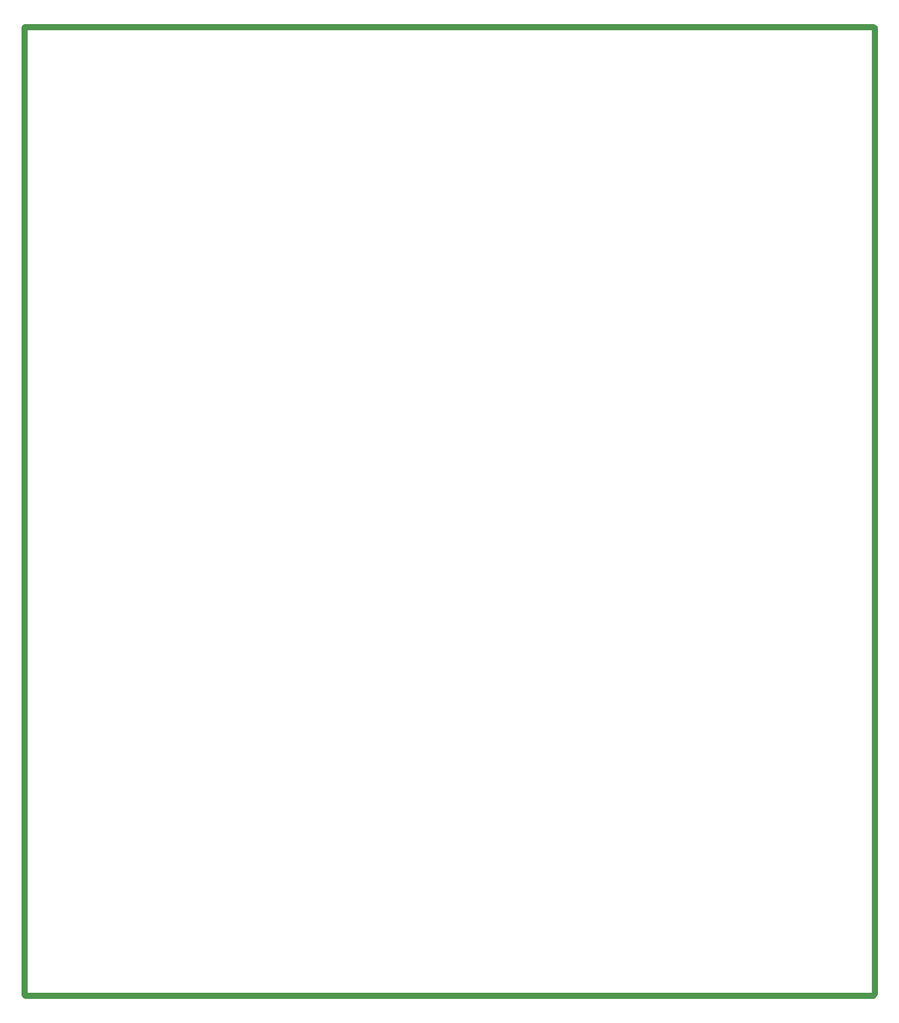
<source format=gko>
%FSLAX44Y44*%
%MOMM*%
G71*
G01*
G75*
G04 Layer_Color=16711935*
%ADD10R,1.7500X2.6500*%
%ADD11C,1.0000*%
%ADD12C,3.0000*%
%ADD13R,9.5000X6.8580*%
%ADD14R,8.5000X7.3660*%
%ADD15R,38.5000X6.5000*%
%ADD16R,14.5000X16.0000*%
%ADD17R,22.0000X11.0000*%
%ADD18R,14.5000X10.5160*%
%ADD19R,4.3180X4.3180*%
%ADD20C,4.5000*%
%ADD21C,3.1750*%
%ADD22C,3.2375*%
%ADD23C,2.5500*%
%ADD24C,1.5240*%
%ADD25R,3.3020X2.3608*%
%ADD26R,3.5560X2.2860*%
%ADD27R,3.7348X2.9724*%
%ADD28R,11.6906X5.2607*%
%ADD29R,12.5000X107.5000*%
%ADD30R,4.5720X4.3180*%
%ADD31R,3.3020X3.3020*%
%ADD32R,21.0820X16.2560*%
%ADD33R,11.1760X5.3340*%
%ADD34R,4.3180X4.5720*%
%ADD35R,4.3180X4.8260*%
%ADD36R,4.5720X3.5560*%
%ADD37R,12.5000X6.3600*%
%ADD38R,13.2780X8.0000*%
%ADD39R,4.3180X3.0480*%
%ADD40R,4.3180X3.5560*%
%ADD41R,5.5880X3.5560*%
%ADD42R,5.3340X3.0480*%
%ADD43R,3.8537X3.0480*%
%ADD44R,4.0640X3.3020*%
%ADD45C,0.2540*%
%ADD46C,0.0051*%
%ADD47C,0.2032*%
%ADD48R,1.9532X2.8532*%
%ADD49C,0.2032*%
%ADD50C,4.7032*%
%ADD51C,3.3782*%
%ADD52C,3.4407*%
%ADD53C,2.7532*%
%ADD54C,1.7272*%
D11*
X614150Y1700000D02*
X2015490D01*
X613410Y101600D02*
Y1699260D01*
X2018030Y102870D02*
Y1697990D01*
X615490Y100000D02*
X2015490D01*
M02*

</source>
